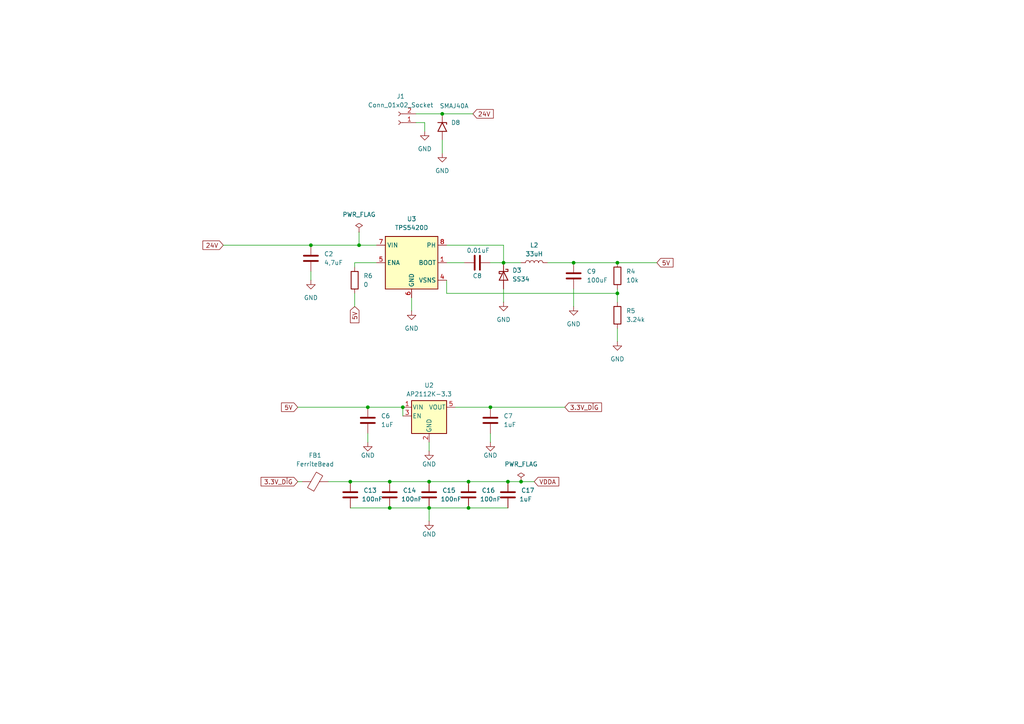
<source format=kicad_sch>
(kicad_sch (version 20250114) (generator "eeschema") (generator_version "9.0")
  (paper "A4")
  (lib_symbols
    (symbol "Connector:Conn_01x02_Socket" (pin_names (offset 1.016) (hide yes))
      (property "Reference" "J" (at 0 2.54 0))
      (property "Value" "Conn_01x02_Socket" (at 0 -5.08 0))
      (symbol "Conn_01x02_Socket_1_1"
        (polyline (pts (xy -1.27 0) (xy -0.508 0)) (stroke (width 0.1524)))
        (polyline (pts (xy -1.27 -2.54) (xy -0.508 -2.54)) (stroke (width 0.1524)))
        (arc (start 0 -0.508) (mid -0.5058 0) (end 0 0.508) (stroke (width 0.1524)))
        (arc (start 0 -3.048) (mid -0.5058 -2.54) (end 0 -2.032) (stroke (width 0.1524)))
        (pin passive line (at -5.08 0 0) (length 3.81) (name "Pin_1") (number "1"))
        (pin passive line (at -5.08 -2.54 0) (length 3.81) (name "Pin_2") (number "2"))
      )
    )
    (symbol "Device:C" (pin_numbers (hide yes)) (pin_names (offset 0.254))
      (property "Reference" "C" (at 0.635 2.54 0))
      (property "Value" "C" (at 0.635 -2.54 0))
      (symbol "C_0_1"
        (polyline (pts (xy -2.032 0.762) (xy 2.032 0.762)) (stroke (width 0.508)))
        (polyline (pts (xy -2.032 -0.762) (xy 2.032 -0.762)) (stroke (width 0.508)))
      )
      (symbol "C_1_1"
        (pin passive line (at 0 3.81 270) (length 2.794) (name "~") (number "1"))
        (pin passive line (at 0 -3.81 90) (length 2.794) (name "~") (number "2"))
      )
    )
    (symbol "Device:FerriteBead" (pin_numbers (hide yes)) (pin_names (offset 0))
      (property "Reference" "FB" (at -3.81 0.635 90))
      (property "Value" "FerriteBead" (at 3.81 0 90))
      (symbol "FerriteBead_0_1"
        (polyline (pts (xy -2.7686 0.4064) (xy -1.7018 2.2606) (xy 2.7686 -0.3048) (xy 1.6764 -2.159) (xy -2.7686 0.4064)))
        (polyline (pts (xy 0 1.27) (xy 0 1.2954)))
        (polyline (pts (xy 0 -1.27) (xy 0 -1.2192)))
      )
      (symbol "FerriteBead_1_1"
        (pin passive line (at 0 3.81 270) (length 2.54) (name "~") (number "1"))
        (pin passive line (at 0 -3.81 90) (length 2.54) (name "~") (number "2"))
      )
    )
    (symbol "Device:L" (pin_numbers (hide yes)) (pin_names (offset 1.016) (hide yes))
      (property "Reference" "L" (at -1.27 0 90))
      (property "Value" "L" (at 1.905 0 90))
      (symbol "L_0_1"
        (arc (start 0 2.54) (mid 0.6323 1.905) (end 0 1.27))
        (arc (start 0 1.27) (mid 0.6323 0.635) (end 0 0))
        (arc (start 0 0) (mid 0.6323 -0.635) (end 0 -1.27))
        (arc (start 0 -1.27) (mid 0.6323 -1.905) (end 0 -2.54))
      )
      (symbol "L_1_1"
        (pin passive line (at 0 3.81 270) (length 1.27) (name "1") (number "1"))
        (pin passive line (at 0 -3.81 90) (length 1.27) (name "2") (number "2"))
      )
    )
    (symbol "Device:R" (pin_numbers (hide yes)) (pin_names (offset 0))
      (property "Reference" "R" (at 2.032 0 90))
      (property "Value" "R" (at 0 0 90))
      (symbol "R_0_1"
        (rectangle (start -1.016 -2.54) (end 1.016 2.54) (stroke (width 0.254)))
      )
      (symbol "R_1_1"
        (pin passive line (at 0 3.81 270) (length 1.27) (name "~") (number "1"))
        (pin passive line (at 0 -3.81 90) (length 1.27) (name "~") (number "2"))
      )
    )
    (symbol "Diode:SMAJ40A" (pin_numbers (hide yes)) (pin_names (offset 1.016) (hide yes))
      (property "Reference" "D" (at 0 2.54 0))
      (property "Value" "SMAJ40A" (at 0 -2.54 0))
      (symbol "SMAJ40A_0_1"
        (polyline (pts (xy -0.762 1.27) (xy -1.27 1.27) (xy -1.27 -1.27)) (stroke (width 0.254)))
        (polyline (pts (xy 1.27 1.27) (xy 1.27 -1.27) (xy -1.27 0) (xy 1.27 1.27)) (stroke (width 0.254)))
      )
      (symbol "SMAJ40A_1_1"
        (pin passive line (at -3.81 0 0) (length 2.54) (name "A1") (number "1"))
        (pin passive line (at 3.81 0 180) (length 2.54) (name "A2") (number "2"))
      )
    )
    (symbol "Diode:SS34" (pin_numbers (hide yes)) (pin_names (offset 1.016) (hide yes))
      (property "Reference" "D" (at 0 2.54 0))
      (property "Value" "SS34" (at 0 -2.54 0))
      (symbol "SS34_0_1"
        (polyline (pts (xy -1.905 0.635) (xy -1.905 1.27) (xy -1.27 1.27) (xy -1.27 -1.27) (xy -0.635 -1.27) (xy -0.635 -0.635)) (stroke (width 0.254)))
        (polyline (pts (xy 1.27 1.27) (xy 1.27 -1.27) (xy -1.27 0) (xy 1.27 1.27)) (stroke (width 0.254)))
        (polyline (pts (xy 1.27 0) (xy -1.27 0)))
      )
      (symbol "SS34_1_1"
        (pin passive line (at -3.81 0 0) (length 2.54) (name "K") (number "1"))
        (pin passive line (at 3.81 0 180) (length 2.54) (name "A") (number "2"))
      )
    )
    (symbol "Regulator_Linear:AP2112K-3.3" (pin_names (offset 0.254))
      (property "Reference" "U" (at -5.08 5.715 0))
      (property "Value" "AP2112K-3.3" (at 0 5.715 0))
      (symbol "AP2112K-3.3_0_1"
        (rectangle (start -5.08 4.445) (end 5.08 -5.08) (stroke (width 0.254)) (fill (type background)))
      )
      (symbol "AP2112K-3.3_1_1"
        (pin power_in line (at -7.62 2.54 0) (length 2.54) (name "VIN") (number "1"))
        (pin input line (at -7.62 0 0) (length 2.54) (name "EN") (number "3"))
        (pin power_in line (at 0 -7.62 90) (length 2.54) (name "GND") (number "2"))
        (pin no_connect line (at 5.08 0 180) (length 2.54) (hide yes) (name "NC") (number "4"))
        (pin power_out line (at 7.62 2.54 180) (length 2.54) (name "VOUT") (number "5"))
      )
    )
    (symbol "Regulator_Switching:TPS5420D"
      (property "Reference" "U" (at -6.35 8.89 0))
      (property "Value" "TPS5420D" (at 3.81 8.89 0))
      (symbol "TPS5420D_0_1"
        (rectangle (start -7.62 7.62) (end 7.62 -7.62) (stroke (width 0.254)) (fill (type background)))
      )
      (symbol "TPS5420D_1_1"
        (pin power_in line (at -10.16 5.08 0) (length 2.54) (name "VIN") (number "7"))
        (pin input line (at -10.16 0 0) (length 2.54) (name "ENA") (number "5"))
        (pin no_connect line (at -7.62 -2.54 0) (length 2.54) (hide yes) (name "NC") (number "2"))
        (pin no_connect line (at -7.62 -5.08 0) (length 2.54) (hide yes) (name "NC") (number "3"))
        (pin power_in line (at 0 -10.16 90) (length 2.54) (name "GND") (number "6"))
        (pin power_out line (at 10.16 5.08 180) (length 2.54) (name "PH") (number "8"))
        (pin input line (at 10.16 0 180) (length 2.54) (name "BOOT") (number "1"))
        (pin input line (at 10.16 -5.08 180) (length 2.54) (name "VSNS") (number "4"))
      )
    )
    (symbol "power:GND" (power) (pin_numbers (hide yes)) (pin_names (offset 0) (hide yes))
      (property "Value" "GND" (at 0 -3.81 0))
      (symbol "GND_0_1"
        (polyline (pts (xy 0 0) (xy 0 -1.27) (xy 1.27 -1.27) (xy 0 -2.54) (xy -1.27 -1.27) (xy 0 -1.27)))
      )
      (symbol "GND_1_1"
        (pin power_in line (at 0 0 270) (length 0) (name "~") (number "1"))
      )
    )
    (symbol "power:PWR_FLAG" (power) (pin_numbers (hide yes)) (pin_names (offset 0) (hide yes))
      (property "Value" "PWR_FLAG" (at 0 3.81 0))
      (symbol "PWR_FLAG_0_0"
        (pin power_out line (at 0 0 90) (length 0) (name "~") (number "1"))
      )
      (symbol "PWR_FLAG_0_1"
        (polyline (pts (xy 0 0) (xy 0 1.27) (xy -1.016 1.905) (xy 0 2.54) (xy 1.016 1.905) (xy 0 1.27)))
      )
    )
  )
  (junction (at 179.07 76.2))
  (junction (at 106.68 118.11))
  (junction (at 124.46 139.7))
  (junction (at 104.14 71.12))
  (junction (at 116.84 118.11))
  (junction (at 113.03 147.32))
  (junction (at 146.05 76.2))
  (junction (at 124.46 147.32))
  (junction (at 147.32 139.7))
  (junction (at 113.03 139.7))
  (junction (at 90.17 71.12))
  (junction (at 142.24 118.11))
  (junction (at 101.6 139.7))
  (junction (at 166.37 76.2))
  (junction (at 151.13 139.7))
  (junction (at 135.89 147.32))
  (junction (at 128.27 33.02))
  (junction (at 179.07 85.09))
  (junction (at 135.89 139.7))
  (wire (pts (xy 119.38 86.36) (xy 119.38 90.17)))
  (wire (pts (xy 146.05 76.2) (xy 151.13 76.2)))
  (wire (pts (xy 179.07 85.09) (xy 129.54 85.09)))
  (wire (pts (xy 86.36 118.11) (xy 106.68 118.11)))
  (wire (pts (xy 129.54 71.12) (xy 146.05 71.12)))
  (wire (pts (xy 106.68 125.73) (xy 106.68 128.27)))
  (wire (pts (xy 101.6 147.32) (xy 113.03 147.32)))
  (wire (pts (xy 86.36 139.7) (xy 87.63 139.7)))
  (wire (pts (xy 129.54 76.2) (xy 134.62 76.2)))
  (wire (pts (xy 179.07 85.09) (xy 179.07 87.63)))
  (wire (pts (xy 104.14 71.12) (xy 109.22 71.12)))
  (wire (pts (xy 95.25 139.7) (xy 101.6 139.7)))
  (wire (pts (xy 146.05 71.12) (xy 146.05 76.2)))
  (wire (pts (xy 124.46 128.27) (xy 124.46 130.81)))
  (wire (pts (xy 124.46 139.7) (xy 135.89 139.7)))
  (wire (pts (xy 106.68 118.11) (xy 116.84 118.11)))
  (wire (pts (xy 158.75 76.2) (xy 166.37 76.2)))
  (wire (pts (xy 124.46 147.32) (xy 135.89 147.32)))
  (wire (pts (xy 135.89 139.7) (xy 147.32 139.7)))
  (wire (pts (xy 64.77 71.12) (xy 90.17 71.12)))
  (wire (pts (xy 142.24 118.11) (xy 163.83 118.11)))
  (wire (pts (xy 102.87 85.09) (xy 102.87 88.9)))
  (wire (pts (xy 166.37 76.2) (xy 179.07 76.2)))
  (wire (pts (xy 101.6 139.7) (xy 113.03 139.7)))
  (wire (pts (xy 90.17 71.12) (xy 104.14 71.12)))
  (wire (pts (xy 113.03 147.32) (xy 124.46 147.32)))
  (wire (pts (xy 179.07 95.25) (xy 179.07 99.06)))
  (wire (pts (xy 104.14 67.31) (xy 104.14 71.12)))
  (wire (pts (xy 135.89 147.32) (xy 147.32 147.32)))
  (wire (pts (xy 146.05 76.2) (xy 142.24 76.2)))
  (wire (pts (xy 179.07 83.82) (xy 179.07 85.09)))
  (wire (pts (xy 123.19 35.56) (xy 120.65 35.56)))
  (wire (pts (xy 116.84 120.65) (xy 116.84 118.11)))
  (wire (pts (xy 129.54 85.09) (xy 129.54 81.28)))
  (wire (pts (xy 147.32 139.7) (xy 151.13 139.7)))
  (wire (pts (xy 146.05 83.82) (xy 146.05 87.63)))
  (wire (pts (xy 109.22 76.2) (xy 102.87 76.2)))
  (wire (pts (xy 90.17 78.74) (xy 90.17 81.28)))
  (wire (pts (xy 128.27 33.02) (xy 137.16 33.02)))
  (wire (pts (xy 128.27 40.64) (xy 128.27 44.45)))
  (wire (pts (xy 151.13 139.7) (xy 154.94 139.7)))
  (wire (pts (xy 102.87 76.2) (xy 102.87 77.47)))
  (wire (pts (xy 179.07 76.2) (xy 190.5 76.2)))
  (wire (pts (xy 123.19 38.1) (xy 123.19 35.56)))
  (wire (pts (xy 166.37 83.82) (xy 166.37 88.9)))
  (wire (pts (xy 113.03 139.7) (xy 124.46 139.7)))
  (wire (pts (xy 120.65 33.02) (xy 128.27 33.02)))
  (wire (pts (xy 142.24 125.73) (xy 142.24 128.27)))
  (wire (pts (xy 124.46 147.32) (xy 124.46 151.13)))
  (wire (pts (xy 132.08 118.11) (xy 142.24 118.11)))
  (global_label "5V" (shape input) (at 86.36 118.11 180) (property "Intersheetrefs" "${INTERSHEET_REFS}" (effects (hide yes))))
  (global_label "3.3V_DİG" (shape input) (at 86.36 139.7 180) (property "Intersheetrefs" "${INTERSHEET_REFS}" (effects (hide yes))))
  (global_label "VDDA" (shape input) (at 154.94 139.7 0) (property "Intersheetrefs" "${INTERSHEET_REFS}" (effects (hide yes))))
  (global_label "24V" (shape input) (at 137.16 33.02 0) (property "Intersheetrefs" "${INTERSHEET_REFS}" (effects (hide yes))))
  (global_label "3.3V_DİG" (shape input) (at 163.83 118.11 0) (property "Intersheetrefs" "${INTERSHEET_REFS}" (effects (hide yes))))
  (global_label "24V" (shape input) (at 64.77 71.12 180) (property "Intersheetrefs" "${INTERSHEET_REFS}" (effects (hide yes))))
  (global_label "5V" (shape input) (at 190.5 76.2 0) (property "Intersheetrefs" "${INTERSHEET_REFS}" (effects (hide yes))))
  (global_label "5V" (shape input) (at 102.87 88.9 270) (property "Intersheetrefs" "${INTERSHEET_REFS}" (effects (hide yes))))
  (symbol (lib_id "Diode:SMAJ40A") (at 128.27 36.83 270) (unit 1)
    (property "Reference" "D8" (at 130.81 35.5599 90) (effects (justify left)))
    (property "Value" "SMAJ40A" (at 127.508 30.734 90) (effects (justify left)))
    (property "Footprint" "Diode_SMD:D_SMA" (effects (hide yes)))
    (property "Datasheet" "https://www.littelfuse.com/media?resourcetype=datasheets&itemid=75e32973-b177-4ee3-a0ff-cedaf1abdb93&filename=smaj-datasheet" (effects (hide yes)))
    (property "Description" "400W unidirectional Transient Voltage Suppressor, 40.0Vr, SMA(DO-214AC)" (effects (hide yes)))
  )
  (symbol (lib_id "power:GND") (at 90.17 81.28 0) (unit 1)
    (property "Reference" "#PWR06" (effects (hide yes)))
    (property "Value" "GND" (at 90.17 86.36 0))
    (property "Description" "Power symbol creates a global label with name \"GND\" , ground" (effects (hide yes)))
  )
  (symbol (lib_id "power:GND") (at 124.46 151.13 0) (unit 1)
    (property "Reference" "#PWR035" (effects (hide yes)))
    (property "Value" "GND" (at 124.46 154.94 0))
    (property "Description" "Power symbol creates a global label with name \"GND\" , ground" (effects (hide yes)))
  )
  (symbol (lib_id "Device:R") (at 179.07 91.44 0) (unit 1)
    (property "Reference" "R5" (at 181.61 90.1699 0) (effects (justify left)))
    (property "Value" "3.24k" (at 181.61 92.7099 0) (effects (justify left)))
    (property "Footprint" "Resistor_SMD:R_0402_1005Metric" (effects (hide yes)))
    (property "Description" "Resistor" (effects (hide yes)))
  )
  (symbol (lib_id "Device:L") (at 154.94 76.2 90) (unit 1)
    (property "Reference" "L2" (at 154.94 71.12 90))
    (property "Value" "33uH" (at 154.94 73.66 90))
    (property "Footprint" "Inductor_SMD:L_Murata_DEM3512C" (effects (hide yes)))
    (property "Description" "Inductor" (effects (hide yes)))
  )
  (symbol (lib_id "power:GND") (at 119.38 90.17 0) (unit 1)
    (property "Reference" "#PWR013" (effects (hide yes)))
    (property "Value" "GND" (at 119.38 95.25 0))
    (property "Description" "Power symbol creates a global label with name \"GND\" , ground" (effects (hide yes)))
  )
  (symbol (lib_id "power:GND") (at 142.24 128.27 0) (unit 1)
    (property "Reference" "#PWR09" (effects (hide yes)))
    (property "Value" "GND" (at 142.24 132.08 0))
    (property "Description" "Power symbol creates a global label with name \"GND\" , ground" (effects (hide yes)))
  )
  (symbol (lib_id "Device:C") (at 142.24 121.92 0) (unit 1)
    (property "Reference" "C7" (at 146.05 120.6499 0) (effects (justify left)))
    (property "Value" "1uF" (at 146.05 123.1899 0) (effects (justify left)))
    (property "Footprint" "Capacitor_SMD:C_0402_1005Metric" (effects (hide yes)))
    (property "Description" "Unpolarized capacitor" (effects (hide yes)))
  )
  (symbol (lib_id "power:GND") (at 106.68 128.27 0) (unit 1)
    (property "Reference" "#PWR08" (effects (hide yes)))
    (property "Value" "GND" (at 106.68 132.08 0))
    (property "Description" "Power symbol creates a global label with name \"GND\" , ground" (effects (hide yes)))
  )
  (symbol (lib_id "Device:C") (at 124.46 143.51 0) (unit 1)
    (property "Reference" "C15" (at 128.27 142.2399 0) (effects (justify left)))
    (property "Value" "100nF" (at 127.762 144.78 0) (effects (justify left)))
    (property "Footprint" "Capacitor_SMD:C_0402_1005Metric" (effects (hide yes)))
    (property "Description" "Unpolarized capacitor" (effects (hide yes)))
  )
  (symbol (lib_id "Device:C") (at 138.43 76.2 90) (unit 1)
    (property "Reference" "C8" (at 138.43 80.01 90))
    (property "Value" "0.01uF" (at 138.684 72.644 90))
    (property "Footprint" "Capacitor_SMD:C_0603_1608Metric" (effects (hide yes)))
    (property "Description" "Unpolarized capacitor" (effects (hide yes)))
  )
  (symbol (lib_id "Device:R") (at 179.07 80.01 0) (unit 1)
    (property "Reference" "R4" (at 181.61 78.7399 0) (effects (justify left)))
    (property "Value" "10k" (at 181.61 81.2799 0) (effects (justify left)))
    (property "Footprint" "Resistor_SMD:R_0402_1005Metric" (effects (hide yes)))
    (property "Description" "Resistor" (effects (hide yes)))
  )
  (symbol (lib_id "power:GND") (at 128.27 44.45 0) (unit 1)
    (property "Reference" "#PWR02" (effects (hide yes)))
    (property "Value" "GND" (at 128.27 49.53 0))
    (property "Description" "Power symbol creates a global label with name \"GND\" , ground" (effects (hide yes)))
  )
  (symbol (lib_id "Connector:Conn_01x02_Socket") (at 115.57 35.56 180) (unit 1)
    (property "Reference" "J1" (at 116.205 27.94 0))
    (property "Value" "Conn_01x02_Socket" (at 116.205 30.48 0))
    (property "Footprint" "Connector_Wire:SolderWire-0.75sqmm_1x02_P7mm_D1.25mm_OD3.5mm" (effects (hide yes)))
    (property "Description" "Generic connector, single row, 01x02, script generated" (effects (hide yes)))
  )
  (symbol (lib_id "Device:R") (at 102.87 81.28 0) (unit 1)
    (property "Reference" "R6" (at 105.41 80.0099 0) (effects (justify left)))
    (property "Value" "0" (at 105.41 82.5499 0) (effects (justify left)))
    (property "Footprint" "Diode_SMD:D_0201_0603Metric" (effects (hide yes)))
    (property "Description" "Resistor" (effects (hide yes)))
  )
  (symbol (lib_id "power:PWR_FLAG") (at 104.14 67.31 0) (unit 1)
    (property "Reference" "#FLG01" (effects (hide yes)))
    (property "Value" "PWR_FLAG" (at 104.14 62.23 0))
    (property "Description" "Special symbol for telling ERC where power comes from" (effects (hide yes)))
  )
  (symbol (lib_id "power:GND") (at 123.19 38.1 0) (unit 1)
    (property "Reference" "#PWR01" (effects (hide yes)))
    (property "Value" "GND" (at 123.19 43.18 0))
    (property "Description" "Power symbol creates a global label with name \"GND\" , ground" (effects (hide yes)))
  )
  (symbol (lib_id "power:PWR_FLAG") (at 151.13 139.7 0) (unit 1)
    (property "Reference" "#FLG04" (effects (hide yes)))
    (property "Value" "PWR_FLAG" (at 151.13 134.62 0))
    (property "Description" "Special symbol for telling ERC where power comes from" (effects (hide yes)))
  )
  (symbol (lib_id "Regulator_Linear:AP2112K-3.3") (at 124.46 120.65 0) (unit 1)
    (property "Reference" "U2" (at 124.46 111.76 0))
    (property "Value" "AP2112K-3.3" (at 124.46 114.3 0))
    (property "Footprint" "Package_TO_SOT_SMD:SOT-23-5" (effects (hide yes)))
    (property "Datasheet" "https://www.diodes.com/assets/Datasheets/AP2112.pdf" (effects (hide yes)))
    (property "Description" "600mA low dropout linear regulator, with enable pin, 3.8V-6V input voltage range, 3.3V fixed positive output, SOT-23-5" (effects (hide yes)))
  )
  (symbol (lib_id "Device:C") (at 106.68 121.92 0) (unit 1)
    (property "Reference" "C6" (at 110.49 120.6499 0) (effects (justify left)))
    (property "Value" "1uF" (at 110.49 123.1899 0) (effects (justify left)))
    (property "Footprint" "Capacitor_SMD:C_0402_1005Metric" (effects (hide yes)))
    (property "Description" "Unpolarized capacitor" (effects (hide yes)))
  )
  (symbol (lib_id "Device:C") (at 90.17 74.93 0) (unit 1)
    (property "Reference" "C2" (at 93.98 73.6599 0) (effects (justify left)))
    (property "Value" "4,7uF" (at 93.98 76.1999 0) (effects (justify left)))
    (property "Footprint" "Capacitor_SMD:C_Elec_8x10.2" (effects (hide yes)))
    (property "Description" "Unpolarized capacitor" (effects (hide yes)))
  )
  (symbol (lib_id "Device:C") (at 147.32 143.51 0) (unit 1)
    (property "Reference" "C17" (at 151.13 142.2399 0) (effects (justify left)))
    (property "Value" "1uF" (at 150.622 144.78 0) (effects (justify left)))
    (property "Footprint" "Capacitor_SMD:C_0402_1005Metric" (effects (hide yes)))
    (property "Description" "Unpolarized capacitor" (effects (hide yes)))
  )
  (symbol (lib_id "Regulator_Switching:TPS5420D") (at 119.38 76.2 0) (unit 1)
    (property "Reference" "U3" (at 119.38 63.5 0))
    (property "Value" "TPS5420D" (at 119.38 66.04 0))
    (property "Footprint" "Package_SO:SOIC-8_3.9x4.9mm_P1.27mm" (effects (hide yes)))
    (property "Datasheet" "http://www.ti.com/lit/ds/symlink/tps5420.pdf" (effects (hide yes)))
    (property "Description" "Adjustable Output, 2A Step-Down Converter, 5.5V-36V Input, 500kHz Switching Frequency" (effects (hide yes)))
  )
  (symbol (lib_id "Device:C") (at 135.89 143.51 0) (unit 1)
    (property "Reference" "C16" (at 139.7 142.2399 0) (effects (justify left)))
    (property "Value" "100nF" (at 139.192 144.78 0) (effects (justify left)))
    (property "Footprint" "Capacitor_SMD:C_0402_1005Metric" (effects (hide yes)))
    (property "Description" "Unpolarized capacitor" (effects (hide yes)))
  )
  (symbol (lib_id "Device:C") (at 101.6 143.51 0) (unit 1)
    (property "Reference" "C13" (at 105.41 142.2399 0) (effects (justify left)))
    (property "Value" "100nF" (at 104.902 144.78 0) (effects (justify left)))
    (property "Footprint" "Capacitor_SMD:C_0402_1005Metric" (effects (hide yes)))
    (property "Description" "Unpolarized capacitor" (effects (hide yes)))
  )
  (symbol (lib_id "Device:FerriteBead") (at 91.44 139.7 90) (unit 1)
    (property "Reference" "FB1" (at 91.3892 132.08 90))
    (property "Value" "FerriteBead" (at 91.3892 134.62 90))
    (property "Footprint" "Inductor_SMD:L_0402_1005Metric" (effects (hide yes)))
    (property "Description" "Ferrite bead" (effects (hide yes)))
  )
  (symbol (lib_id "power:GND") (at 166.37 88.9 0) (unit 1)
    (property "Reference" "#PWR015" (effects (hide yes)))
    (property "Value" "GND" (at 166.37 93.98 0))
    (property "Description" "Power symbol creates a global label with name \"GND\" , ground" (effects (hide yes)))
  )
  (symbol (lib_id "power:GND") (at 179.07 99.06 0) (unit 1)
    (property "Reference" "#PWR014" (effects (hide yes)))
    (property "Value" "GND" (at 179.07 104.14 0))
    (property "Description" "Power symbol creates a global label with name \"GND\" , ground" (effects (hide yes)))
  )
  (symbol (lib_id "Diode:SS34") (at 146.05 80.01 270) (unit 1)
    (property "Reference" "D3" (at 148.59 78.4224 90) (effects (justify left)))
    (property "Value" "SS34" (at 148.59 80.9624 90) (effects (justify left)))
    (property "Footprint" "Diode_SMD:D_SMA" (effects (hide yes)))
    (property "Datasheet" "https://www.vishay.com/docs/88751/ss32.pdf" (effects (hide yes)))
    (property "Description" "40V 3A Schottky Diode, SMA" (effects (hide yes)))
  )
  (symbol (lib_id "power:GND") (at 124.46 130.81 0) (unit 1)
    (property "Reference" "#PWR012" (effects (hide yes)))
    (property "Value" "GND" (at 124.46 134.62 0))
    (property "Description" "Power symbol creates a global label with name \"GND\" , ground" (effects (hide yes)))
  )
  (symbol (lib_id "Device:C") (at 113.03 143.51 0) (unit 1)
    (property "Reference" "C14" (at 116.84 142.2399 0) (effects (justify left)))
    (property "Value" "100nF" (at 116.332 144.78 0) (effects (justify left)))
    (property "Footprint" "Capacitor_SMD:C_0402_1005Metric" (effects (hide yes)))
    (property "Description" "Unpolarized capacitor" (effects (hide yes)))
  )
  (symbol (lib_id "power:GND") (at 146.05 87.63 0) (unit 1)
    (property "Reference" "#PWR011" (effects (hide yes)))
    (property "Value" "GND" (at 146.05 92.71 0))
    (property "Description" "Power symbol creates a global label with name \"GND\" , ground" (effects (hide yes)))
  )
  (symbol (lib_id "Device:C") (at 166.37 80.01 0) (unit 1)
    (property "Reference" "C9" (at 170.18 78.7399 0) (effects (justify left)))
    (property "Value" "100uF" (at 170.18 81.2799 0) (effects (justify left)))
    (property "Footprint" "Capacitor_SMD:C_0805_2012Metric" (effects (hide yes)))
    (property "Description" "Unpolarized capacitor" (effects (hide yes)))
  )
)
</source>
